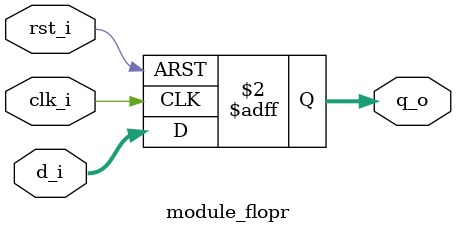
<source format=sv>
module module_flopr #(parameter WIDTH = 8)(
    
    input   logic                       clk_i,
    input   logic                       rst_i,
    input   logic   [WIDTH - 1: 0]      d_i,
    output  logic   [WIDTH - 1: 0]      q_o
                 
    );
    
    always_ff @(posedge clk_i, posedge rst_i) begin 
        
        if (rst_i)  q_o <= 0;
        else        q_o <= d_i;
        
    end
    
endmodule
</source>
